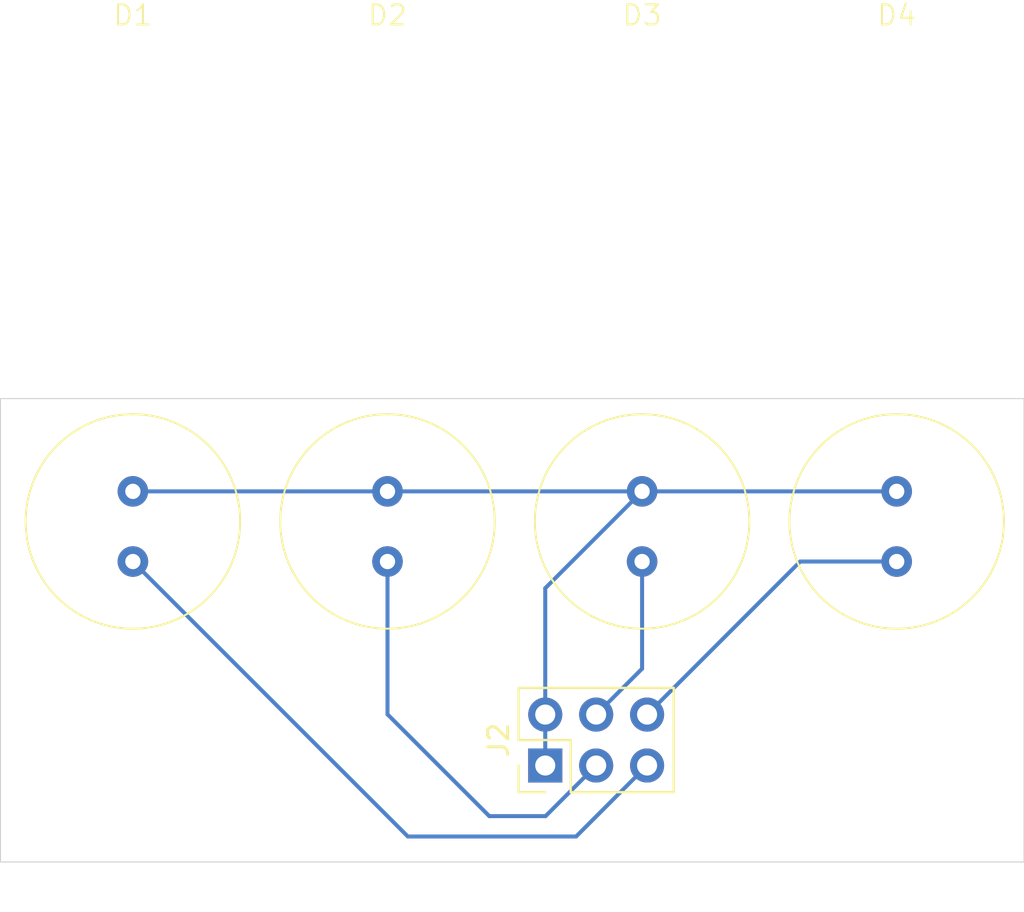
<source format=kicad_pcb>
(kicad_pcb (version 20240108) (generator "pcbnew") (generator_version "8.0")
  (layers (0 "F.Cu" signal) (31 "B.Cu" signal) (34 "B.Paste" user) (35 "F.Paste" user) (36 "B.SilkS" user "B.Silkscreen") (37 "F.SilkS" user "F.Silkscreen") (38 "B.Mask" user) (39 "F.Mask" user) (44 "Edge.Cuts" user))
  (net 0 "")
  (net 1 "GND")
  (net 2 "Net-(D1-A)")
  (net 3 "Net-(D2-A)")
  (net 4 "Net-(D3-A)")
  (net 5 "Net-(D4-A)")
  (footprint "lab:big_led" (layer "F.Cu") (at 170.18 34.21)
    (property "Reference" "D4" (at 0 -0.5 0) (layer "F.SilkS") (effects (font (thickness 0.1))))
    (property "Value" "LED")
    (fp_circle (center 0 24.75) (end 5.35 24.75) (stroke (width 0.1)) (fill none) (layer "F.SilkS"))
    (pad "1" thru_hole circle (at 0 23.25) (size 1.524 1.524) (drill 0.762) (layers "*.Cu" "*.Mask") (net 1 "GND"))
    (pad "2" thru_hole circle (at 0 26.75) (size 1.524 1.524) (drill 0.762) (layers "*.Cu" "*.Mask") (net 5 "Net-(D4-A)"))
  )
  (footprint "Connector_PinHeader_2.54mm:PinHeader_2x03_P2.54mm_Vertical" (layer "F.Cu") (at 152.649 71.135 90)
    (property "Reference" "J2" (at 1.27 -2.33 90) (layer "F.SilkS"))
    (property "Value" "Conn_02x03_Odd_Even")
    (fp_line (start 3.87 -1.33) (end 3.87 6.41) (stroke (width 0.12)) (layer "F.SilkS"))
    (fp_line (start 1.27 -1.33) (end 3.87 -1.33) (stroke (width 0.12)) (layer "F.SilkS"))
    (fp_line (start -1.33 -1.33) (end 0 -1.33) (stroke (width 0.12)) (layer "F.SilkS"))
    (fp_line (start -1.33 0) (end -1.33 -1.33) (stroke (width 0.12)) (layer "F.SilkS"))
    (fp_line (start 1.27 1.27) (end 1.27 -1.33) (stroke (width 0.12)) (layer "F.SilkS"))
    (fp_line (start -1.33 1.27) (end 1.27 1.27) (stroke (width 0.12)) (layer "F.SilkS"))
    (fp_line (start -1.33 1.27) (end -1.33 6.41) (stroke (width 0.12)) (layer "F.SilkS"))
    (fp_line (start -1.33 6.41) (end 3.87 6.41) (stroke (width 0.12)) (layer "F.SilkS"))
    (pad "1" thru_hole rect (at 0 0 90) (size 1.7 1.7) (drill 1) (layers "*.Cu" "*.Mask") (net 1 "GND"))
    (pad "2" thru_hole oval (at 2.54 0 90) (size 1.7 1.7) (drill 1) (layers "*.Cu" "*.Mask") (net 1 "GND"))
    (pad "3" thru_hole oval (at 0 2.54 90) (size 1.7 1.7) (drill 1) (layers "*.Cu" "*.Mask") (net 3 "Net-(D2-A)"))
    (pad "4" thru_hole oval (at 2.54 2.54 90) (size 1.7 1.7) (drill 1) (layers "*.Cu" "*.Mask") (net 4 "Net-(D3-A)"))
    (pad "5" thru_hole oval (at 0 5.08 90) (size 1.7 1.7) (drill 1) (layers "*.Cu" "*.Mask") (net 2 "Net-(D1-A)"))
    (pad "6" thru_hole oval (at 2.54 5.08 90) (size 1.7 1.7) (drill 1) (layers "*.Cu" "*.Mask") (net 5 "Net-(D4-A)"))
  )
  (footprint "lab:big_led" (layer "F.Cu") (at 144.78 34.21)
    (property "Reference" "D2" (at 0 -0.5 0) (layer "F.SilkS") (effects (font (thickness 0.1))))
    (property "Value" "LED")
    (fp_circle (center 0 24.75) (end 5.35 24.75) (stroke (width 0.1)) (fill none) (layer "F.SilkS"))
    (pad "1" thru_hole circle (at 0 23.25) (size 1.524 1.524) (drill 0.762) (layers "*.Cu" "*.Mask") (net 1 "GND"))
    (pad "2" thru_hole circle (at 0 26.75) (size 1.524 1.524) (drill 0.762) (layers "*.Cu" "*.Mask") (net 3 "Net-(D2-A)"))
  )
  (footprint "lab:big_led" (layer "F.Cu") (at 157.48 34.21)
    (property "Reference" "D3" (at 0 -0.5 0) (layer "F.SilkS") (effects (font (thickness 0.1))))
    (property "Value" "LED")
    (fp_circle (center 0 24.75) (end 5.35 24.75) (stroke (width 0.1)) (fill none) (layer "F.SilkS"))
    (pad "1" thru_hole circle (at 0 23.25) (size 1.524 1.524) (drill 0.762) (layers "*.Cu" "*.Mask") (net 1 "GND"))
    (pad "2" thru_hole circle (at 0 26.75) (size 1.524 1.524) (drill 0.762) (layers "*.Cu" "*.Mask") (net 4 "Net-(D3-A)"))
  )
  (footprint "lab:big_led" (layer "F.Cu") (at 132.08 34.21)
    (property "Reference" "D1" (at 0 -0.5 0) (layer "F.SilkS") (effects (font (thickness 0.1))))
    (property "Value" "LED")
    (fp_circle (center 0 24.75) (end 5.35 24.75) (stroke (width 0.1)) (fill none) (layer "F.SilkS"))
    (pad "1" thru_hole circle (at 0 23.25) (size 1.524 1.524) (drill 0.762) (layers "*.Cu" "*.Mask") (net 1 "GND"))
    (pad "2" thru_hole circle (at 0 26.75) (size 1.524 1.524) (drill 0.762) (layers "*.Cu" "*.Mask") (net 2 "Net-(D1-A)"))
  )
  (gr_rect (start 125.476 52.832) (end 176.53 75.946) (stroke (width 0.05)) (fill none) (layer "Edge.Cuts"))
  (segment (start 132.08 57.46) (end 144.78 57.46) (width 0.2) (layer "B.Cu") (net 1))
  (segment (start 144.78 57.46) (end 157.48 57.46) (width 0.2) (layer "B.Cu") (net 1))
  (segment (start 152.649 62.291) (end 152.649 68.595) (width 0.2) (layer "B.Cu") (net 1))
  (segment (start 157.48 57.46) (end 170.18 57.46) (width 0.2) (layer "B.Cu") (net 1))
  (segment (start 144.216 57.206) (end 144.272 57.15) (width 0.2) (layer "B.Cu") (net 1))
  (segment (start 152.649 68.595) (end 152.649 71.135) (width 0.2) (layer "B.Cu") (net 1))
  (segment (start 157.48 57.46) (end 152.649 62.291) (width 0.2) (layer "B.Cu") (net 1))
  (segment (start 145.796 74.676) (end 154.188 74.676) (width 0.2) (layer "B.Cu") (net 2))
  (segment (start 132.08 60.96) (end 145.796 74.676) (width 0.2) (layer "B.Cu") (net 2))
  (segment (start 154.188 74.676) (end 157.729 71.135) (width 0.2) (layer "B.Cu") (net 2))
  (segment (start 152.664 73.66) (end 155.189 71.135) (width 0.2) (layer "B.Cu") (net 3))
  (segment (start 144.78 60.96) (end 144.78 68.58) (width 0.2) (layer "B.Cu") (net 3))
  (segment (start 144.78 68.58) (end 149.86 73.66) (width 0.2) (layer "B.Cu") (net 3))
  (segment (start 149.86 73.66) (end 152.664 73.66) (width 0.2) (layer "B.Cu") (net 3))
  (segment (start 157.48 66.304) (end 155.189 68.595) (width 0.2) (layer "B.Cu") (net 4))
  (segment (start 157.48 60.96) (end 157.48 66.304) (width 0.2) (layer "B.Cu") (net 4))
  (segment (start 165.364 60.96) (end 157.729 68.595) (width 0.2) (layer "B.Cu") (net 5))
  (segment (start 170.18 60.96) (end 165.364 60.96) (width 0.2) (layer "B.Cu") (net 5))
)
</source>
